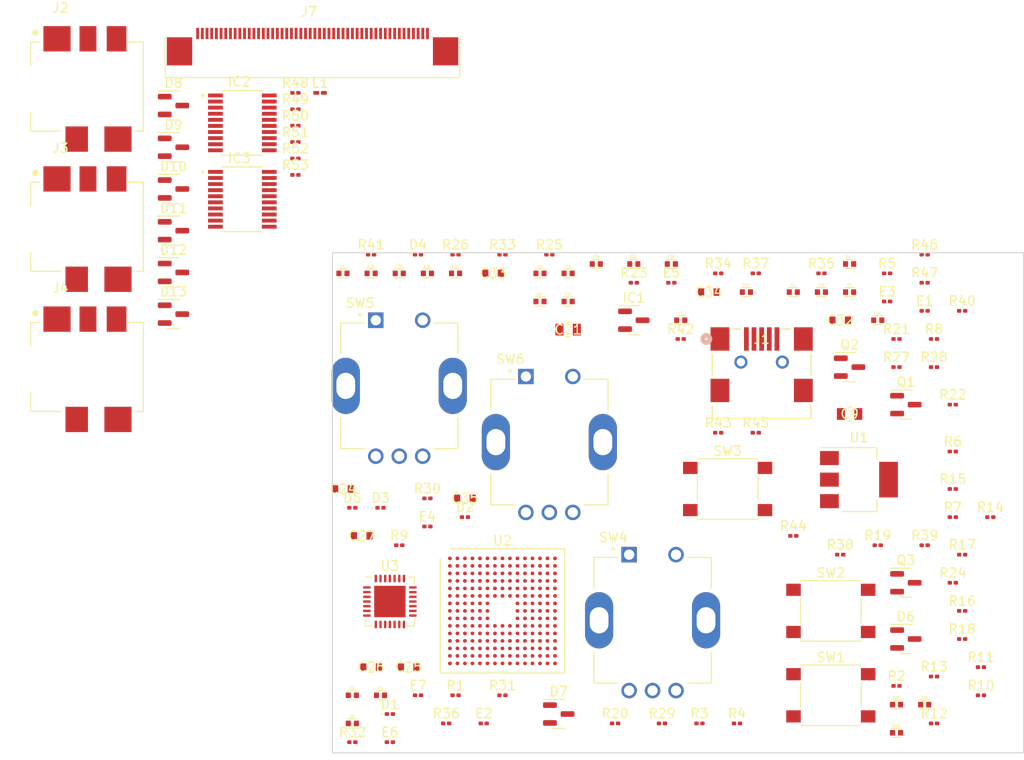
<source format=kicad_pcb>
(kicad_pcb (version 20221018) (generator pcbnew)
  (layers (0 "F.Cu" signal) (31 "B.Cu" signal) (34 "B.Paste" user) (35 "F.Paste" user) (36 "B.SilkS" user "B.Silkscreen") (37 "F.SilkS" user "F.Silkscreen") (38 "B.Mask" user) (39 "F.Mask" user) (44 "Edge.Cuts" user))
  (net 0 "")
  (net 1 "+3.3V")
  (net 3 "Net-(D6-K)")
  (net 5 "Net-(D7-K)")
  (net 6 "/LCD_RST_5V")
  (net 7 "VCC")
  (net 8 "/SDA_5V")
  (net 9 "/SDA_3V")
  (net 10 "/SCL_3V")
  (net 11 "/SCL_5V")
  (net 12 "Net-(Q3-G)")
  (net 13 "/LEDK")
  (net 14 "Net-(U2-NRST)")
  (net 15 "+5V")
  (net 16 "/PE4(SAI1_FS_A {slash} ADCL)")
  (net 17 "/PE3(SA1_SD_B {slash} MISO)")
  (net 23 "/VCCA-3.3")
  (net 31 "/PE5(SAI1_SCK_A {slash} SCK)")
  (net 32 "/PE6(SA1_SD_A {slash} MOSI)")
  (net 36 "Net-(D8-K)")
  (net 61 "/PF0(I2C2_SDA {slash} SDA)")
  (net 76 "/PF1(I2C2_SCL {slash} SCL)")
  (net 80 "Net-(U2-BOOT0)")
  (net 90 "/LCD_CS_5V")
  (net 92 "Net-(U2-PH0)")
  (net 93 "/PF2(GPIO_Input)")
  (net 99 "/LCD_WR_5V")
  (net 100 "/PC7(TIM3-CH2)")
  (net 101 "Net-(U2-PH1)")
  (net 102 "/PF3(GPIO_Input)")
  (net 126 "/PC3")
  (net 141 "/PD12(TIM4-CH1)")
  (net 142 "/PD13(TIM1-CH2)")
  (net 155 "/PE9(TIM1-CH1)")
  (net 164 "/PA6(TIM3-CH1)")
  (net 170 "/PE11(TIM1-CH2)")
  (net 172 "/LCD_RS_5V")
  (net 189 "Net-(U3-XTI{slash}MCLK)")
  (net 190 "Net-(U3-XTO)")
  (net 191 "/VCC-3.3")
  (net 193 "Net-(U3-BCLK)")
  (net 194 "Net-(U3-DACDAT)")
  (net 195 "Net-(U3-ADCDAT)")
  (net 196 "Net-(U3-LHPOUT)")
  (net 197 "Net-(U3-RHPOUT)")
  (net 200 "Net-(U3-VMID)")
  (net 201 "Net-(U3-MICBIAS)")
  (net 202 "Net-(U3-MICIN)")
  (net 203 "Net-(U3-RLINEIN)")
  (net 204 "Net-(U3-LLINEIN)")
  (net 205 "Net-(C32-Pad1)")
  (net 206 "Net-(C33-Pad2)")
  (net 207 "Net-(C34-Pad1)")
  (net 208 "Net-(C35-Pad1)")
  (net 209 "Net-(D1-A)")
  (net 210 "Net-(D2-A)")
  (net 211 "Net-(D3-A)")
  (net 212 "Net-(D4-A)")
  (net 213 "Net-(D5-A)")
  (net 214 "Net-(E6-Pad2)")
  (net 215 "Net-(E7-Pad2)")
  (net 217 "Net-(D9-K)")
  (net 219 "Net-(D10-K)")
  (net 221 "Net-(D11-K)")
  (net 222 "/LCD_RD_5V")
  (net 223 "Net-(J3-PadT)")
  (net 224 "Net-(J3-PadR)")
  (net 225 "/IM3")
  (net 226 "/IM2")
  (net 227 "/LEDA")
  (net 228 "/IM1")
  (net 229 "/IM0")
  (net 234 "Net-(D12-K)")
  (net 236 "Net-(D13-K)")
  (net 238 "/SD_CS_5V")
  (net 239 "/LCD_RST")
  (net 240 "/LCD_RD")
  (net 241 "/LCD_WR")
  (net 242 "/LCD_RS")
  (net 243 "/LCD_CS")
  (net 244 "/SDI")
  (net 245 "/SD_CS_3V")
  (net 247 "/LCD_DATA0_5V")
  (net 248 "/LCD_DATA1_5V")
  (net 249 "/LCD_DATA2_5V")
  (net 250 "/LCD_DATA3_5V")
  (net 251 "/LCD_DATA4_5V")
  (net 252 "/LCD_DATA5_5V")
  (net 253 "/LCD_DATA6_5V")
  (net 254 "/LCD_DATA7_5V")
  (net 255 "/DB7")
  (net 256 "/DB6")
  (net 257 "/DB5")
  (net 258 "/DB4")
  (net 259 "/DB3")
  (net 260 "/DB2")
  (net 261 "/DB1")
  (net 262 "/DB0")
  (net 287 "/CTP_IRQ")
  (footprint "Resistor_SMD:R_0201_0603Metric" (layer "F.Cu") (at 122 79)
    (fp_text reference "R7")
    (fp_text value "150")
  )
  (footprint "ECE477Library:0.1uF" (layer "F.Cu") (at 116 102)
    (fp_text reference "C13")
    (fp_text value "0.1uF")
  )
  (footprint "Capacitor_SMD:C_0201_0603Metric" (layer "F.Cu") (at 62 103)
    (fp_text reference "E6")
    (fp_text value "330uF")
  )
  (footprint "Resistor_SMD:R_0201_0603Metric" (layer "F.Cu") (at 110 83)
    (fp_text reference "R38")
    (fp_text value "1k")
  )
  (footprint "ECE477Library:0.1uF" (layer "F.Cu") (at 60 53)
    (fp_text reference "C22")
    (fp_text value "0.1uF")
  )
  (footprint "Resistor_SMD:R_0201_0603Metric" (layer "F.Cu") (at 86 101)
    (fp_text reference "R20")
    (fp_text value "220")
  )
  (footprint "SJ1_3515_SMT_TR:CUI_SJ1-3515-SMT" (layer "F.Cu") (at 28.22 48.28)
    (fp_text reference "J3")
    (fp_text value "Stereo Microphone")
  )
  (footprint "Resistor_SMD:R_0201_0603Metric" (layer "F.Cu") (at 123 57)
    (fp_text reference "R40")
    (fp_text value "10k")
  )
  (footprint "ECE477Library:usb_mini" (layer "F.Cu") (at 100 60)
    (fp_text reference "J1")
    (fp_text value "USB_OTG")
  )
  (footprint "SN74LVC245APW:SOP65P640X120-20N" (layer "F.Cu") (at 46.275 45.1)
    (fp_text reference "IC3")
    (fp_text value "74HC245")
  )
  (footprint "ECE477Library:0.1uF" (layer "F.Cu") (at 58 101)
    (fp_text reference "C3")
    (fp_text value "0.1uF")
  )
  (footprint "ECE477Library:0.1uF" (layer "F.Cu") (at 105 55)
    (fp_text reference "C4")
    (fp_text value "0.1uF")
  )
  (footprint "Package_TO_SOT_SMD:SOT-23" (layer "F.Cu") (at 38.94 35.1)
    (fp_text reference "D8")
    (fp_text value "BZX84Cxx")
  )
  (footprint "Package_TO_SOT_SMD:SOT-23" (layer "F.Cu") (at 111 63)
    (fp_text reference "Q2")
    (fp_text value "BSS138")
  )
  (footprint "Resistor_SMD:R_0201_0603Metric" (layer "F.Cu") (at 116 63)
    (fp_text reference "R27")
    (fp_text value "10k")
  )
  (footprint "Package_TO_SOT_SMD:SOT-23" (layer "F.Cu") (at 38.94 57.35)
    (fp_text reference "D13")
    (fp_text value "BZX84Cxx")
  )
  (footprint "Resistor_SMD:R_0201_0603Metric" (layer "F.Cu") (at 58 103)
    (fp_text reference "R32")
    (fp_text value "47k")
  )
  (footprint "Resistor_SMD:R_0201_0603Metric" (layer "F.Cu") (at 120 101)
    (fp_text reference "R12")
    (fp_text value "1k")
  )
  (footprint "Package_TO_SOT_SMD:SOT-223-3_TabPin2" (layer "F.Cu") (at 112 75)
    (fp_text reference "U1")
    (fp_text value "LD1117S12TR_SOT223")
  )
  (footprint "Resistor_SMD:R_0201_0603Metric" (layer "F.Cu") (at 120 96)
    (fp_text reference "R13")
    (fp_text value "1k")
  )
  (footprint "LED_SMD:LED_0201_0603Metric" (layer "F.Cu") (at 58 78)
    (fp_text reference "D5")
    (fp_text value "LED")
  )
  (footprint "Resistor_SMD:R_0201_0603Metric" (layer "F.Cu") (at 120 60)
    (fp_text reference "R8")
    (fp_text value "1k")
  )
  (footprint "Resistor_SMD:R_0201_0603Metric" (layer "F.Cu") (at 97 70)
    (fp_text reference "R43")
    (fp_text value "1")
  )
  (footprint "Package_TO_SOT_SMD:SOT-23" (layer "F.Cu") (at 88 58)
    (fp_text reference "IC1")
    (fp_text value "LM809")
  )
  (footprint "Resistor_SMD:R_0201_0603Metric" (layer "F.Cu") (at 122 67)
    (fp_text reference "R22")
    (fp_text value "10k")
  )
  (footprint "ECE477Library:0.1uF" (layer "F.Cu") (at 58 98)
    (fp_text reference "C2")
    (fp_text value "0.1uF")
  )
  (footprint "Package_TO_SOT_SMD:SOT-23" (layer "F.Cu") (at 38.94 52.9)
    (fp_text reference "D12")
    (fp_text value "BZX84Cxx")
  )
  (footprint "Capacitor_SMD:C_0201_0603Metric" (layer "F.Cu") (at 72 101)
    (fp_text reference "E2")
    (fp_text value "220uF")
  )
  (footprint "Button_Switch_SMD:SW_SPST_PTS645" (layer "F.Cu") (at 109 89)
    (fp_text reference "SW2")
    (fp_text value "SW_Push")
  )
  (footprint "Resistor_SMD:R_0201_0603Metric" (layer "F.Cu") (at 123 83)
    (fp_text reference "R17")
    (fp_text value "27")
  )
  (footprint "ECE477Library:20pF" (layer "F.Cu") (at 64 95)
    (fp_text reference "C25")
    (fp_text value "20pF")
  )
  (footprint "50 Position FPC Connector Contacts:68715014522" (layer "F.Cu") (at 53.7585 29.3185)
    (fp_text reference "J7")
    (fp_text value "Conn_01x50_Pin")
  )
  (footprint "Resistor_SMD:R_0201_0603Metric" (layer "F.Cu") (at 63 82)
    (fp_text reference "R9")
    (fp_text value "1k")
  )
  (footprint "Resistor_SMD:R_0201_0603Metric" (layer "F.Cu") (at 125 98)
    (fp_text reference "R10")
    (fp_text value "1k")
  )
  (footprint "ECE477Library:0.1uF" (layer "F.Cu") (at 63 53)
    (fp_text reference "C23")
    (fp_text value "0.1uF")
  )
  (footprint "Resistor_SMD:R_0201_0603Metric" (layer "F.Cu") (at 74 98)
    (fp_text reference "R31")
    (fp_text value "47k")
  )
  (footprint "ECE477Library:1000pF" (layer "F.Cu") (at 96 55)
    (fp_text reference "C34")
    (fp_text value "1nF")
  )
  (footprint "Resistor_SMD:R_0201_0603Metric" (layer "F.Cu") (at 51.93 33.75)
    (fp_text reference "R48")
    (fp_text value "220")
  )
  (footprint "Resistor_SMD:R_0201_0603Metric" (layer "F.Cu") (at 120 63)
    (fp_text reference "R28")
    (fp_text value "10k")
  )
  (footprint "Resistor_SMD:R_0201_0603Metric" (layer "F.Cu") (at 101 53)
    (fp_text reference "R37")
    (fp_text value "5.6k")
  )
  (footprint "Resistor_SMD:R_0201_0603Metric" (layer "F.Cu") (at 122 72)
    (fp_text reference "R6")
    (fp_text value "150")
  )
  (footprint "Capacitor_SMD:C_0201_0603Metric" (layer "F.Cu") (at 115 56)
    (fp_text reference "E3")
    (fp_text value "220uF")
  )
  (footprint "Resistor_SMD:R_0201_0603Metric" (layer "F.Cu") (at 119 82)
    (fp_text reference "R39")
    (fp_text value "2.2k")
  )
  (footprint "ECE477Library:0.1uF" (layer "F.Cu") (at 93 58)
    (fp_text reference "C7")
    (fp_text value "0.1uF")
  )
  (footprint "Resistor_SMD:R_0201_0603Metric" (layer "F.Cu") (at 93 60)
    (fp_text reference "R42")
    (fp_text value "10")
  )
  (footprint "Resistor_SMD:R_0201_0603Metric" (layer "F.Cu") (at 51.93 42.5)
    (fp_text reference "R53")
    (fp_text value "220")
  )
  (footprint "Resistor_SMD:R_0201_0603Metric" (layer "F.Cu") (at 51.93 40.75)
    (fp_text reference "R52")
    (fp_text value "220")
  )
  (footprint "Resistor_SMD:R_0201_0603Metric" (layer "F.Cu") (at 125 95)
    (fp_text reference "R11")
    (fp_text value "1k")
  )
  (footprint "Resistor_SMD:R_0201_0603Metric" (layer "F.Cu") (at 123 89)
    (fp_text reference "R16")
    (fp_text value "27")
  )
  (footprint "Resistor_SMD:R_0201_0603Metric" (layer "F.Cu") (at 66 77)
    (fp_text reference "R30")
    (fp_text value "680")
  )
  (footprint "Resistor_SMD:R_0201_0603Metric" (layer "F.Cu") (at 97 53)
    (fp_text reference "R34")
    (fp_text value "5.6k")
  )
  (footprint "Resistor_SMD:R_0201_0603Metric" (layer "F.Cu") (at 126 79)
    (fp_text reference "R14")
    (fp_text value "1k")
  )
  (footprint "Resistor_SMD:R_0201_0603Metric" (layer "F.Cu") (at 123 92)
    (fp_text reference "R18")
    (fp_text value "1k")
  )
  (footprint "Resistor_SMD:R_0201_0603Metric" (layer "F.Cu") (at 119 51)
    (fp_text reference "R46")
    (fp_text value "10k")
  )
  (footprint "Package_TO_SOT_SMD:SOT-23" (layer "F.Cu") (at 38.94 48.45)
    (fp_text reference "D11")
    (fp_text value "BZX84Cxx")
  )
  (footprint "Resistor_SMD:R_0201_0603Metric" (layer "F.Cu") (at 74 51)
    (fp_text reference "R33")
    (fp_text value "5.6k")
  )
  (footprint "ECE477Library:0.1uF" (layer "F.Cu") (at 81 56)
    (fp_text reference "C31")
    (fp_text value "100nF")
  )
  (footprint "Resistor_SMD:R_0201_0603Metric" (layer "F.Cu") (at 116 97)
    (fp_text reference "R2")
    (fp_text value "100K")
  )
  (footprint "Resistor_SMD:R_0201_0603Metric" (layer "F.Cu") (at 79 51)
    (fp_text reference "R25")
    (fp_text value "R_Small")
  )
  (footprint "ECE477Library:1000pF" (layer "F.Cu") (at 70 77)
    (fp_text reference "C35")
    (fp_text value "1nF")
  )
  (footprint "Capacitor_SMD:C_0201_0603Metric" (layer "F.Cu") (at 92 54)
    (fp_text reference "E5")
    (fp_text value "10uF")
  )
  (footprint "Resistor_SMD:R_0201_0603Metric" (layer "F.Cu") (at 69 51)
    (fp_text reference "R26")
    (fp_text value "10K")
  )
  (footprint "ECE477Library:0.1uF" (layer "F.Cu") (at 119 99)
    (fp_text reference "C19")
    (fp_text value "0.1uF")
  )
  (footprint "SJ1_3515_SMT_TR:CUI_SJ1-3515-SMT" (layer "F.Cu") (at 28.22 63.23)
    (fp_text reference "J4")
    (fp_text value "External Microphone")
  )
  (footprint "ECE477Library:0.1uF" (layer "F.Cu") (at 61 98)
    (fp_text reference "C6")
    (fp_text value "0.1uF")
  )
  (footprint "SN74LVC245APW:SOP65P640X120-20N" (layer "F.Cu") (at 46.275 36.95)
    (fp_text reference "IC2")
    (fp_text value "74HC245")
  )
  (footprint "Inductor_SMD:L_0201_0603Metric_Pad0.64x0.40mm_HandSolder" (layer "F.Cu") (at 54.56 33.75)
    (fp_text reference "L1")
    (fp_text value "10uH")
  )
  (footprint "Resistor_SMD:R_0201_0603Metric" (layer "F.Cu") (at 95 101)
    (fp_text reference "R3")
    (fp_text value "150")
  )
  (footprint "LED_SMD:LED_0201_0603Metric" (layer "F.Cu") (at 62 100)
    (fp_text reference "D1")
    (fp_text value "LED")
  )
  (footprint "Resistor_SMD:R_0201_0603Metric" (layer "F.Cu") (at 88 54)
    (fp_text reference "R23")
    (fp_text value "10K")
  )
  (footprint "Package_DFN_QFN:QFN-28-1EP_5x5mm_P0.5mm_EP3.35x3.35mm" (layer "F.Cu") (at 62 88)
    (fp_text reference "U3")
    (fp_text value "WM8731CLSEFL")
  )
  (footprint "Button_Switch_SMD:SW_SPST_PTS645" (layer "F.Cu") (at 109 98)
    (fp_text reference "SW1")
    (fp_text value "SW_Push")
  )
  (footprint "Resistor_SMD:R_0201_0603Metric" (layer "F.Cu") (at 69 98)
    (fp_text reference "R1")
    (fp_text value "10K")
  )
  (footprint "ECE477Library:0.1uF" (layer "F.Cu") (at 78 53)
    (fp_text reference "C5")
    (fp_text value "0.1uF")
  )
  (footprint "Resistor_SMD:R_0201_0603Metric" (layer "F.Cu") (at 115 53)
    (fp_text reference "R5")
    (fp_text value "150")
  )
  (footprint "Capacitor_SMD:C_0201_0603Metric" (layer "F.Cu") (at 65 98)
    (fp_text reference "E7")
    (fp_text value "330uF")
  )
  (footprint "ECE477Library:20pF" (layer "F.Cu") (at 57 76)
    (fp_text reference "C24")
    (fp_text value "20pF")
  )
  (footprint "Resistor_SMD:R_0201_0603Metric" (layer "F.Cu") (at 51.93 37.25)
    (fp_text reference "R50")
    (fp_text value "220")
  )
  (footprint "ECE477Library:22uF" (layer "F.Cu") (at 81 59)
    (fp_text reference "C21")
    (fp_text value "22uF")
  )
  (footprint "Resistor_SMD:R_0201_0603Metric" (layer "F.Cu") (at 122 86)
    (fp_text reference "R24")
    (fp_text value "R_Small")
  )
  (footprint "Resistor_SMD:R_0201_0603Metric" (layer "F.Cu") (at 51.93 35.5)
    (fp_text reference "R49")
    (fp_text value "220")
  )
  (footprint "Resistor_SMD:R_0201_0603Metric" (layer "F.Cu") (at 91 101)
    (fp_text reference "R29")
    (fp_text value "330")
  )
  (footprint "ECE477Library:0.1uF" (layer "F.Cu") (at 100 55)
    (fp_text reference "C12")
    (fp_text value "0.1uF")
  )
  (footprint "Resistor_SMD:R_0201_0603Metric" (layer "F.Cu") (at 51.93 39)
    (fp_text reference "R51")
    (fp_text value "220")
  )
  (footprint "Package_TO_SOT_SMD:SOT-23" (layer "F.Cu") (at 38.94 39.55)
    (fp_text reference "D9")
    (fp_text value "BZX84Cxx")
  )
  (footprint "LED_SMD:LED_0201_0603Metric" (layer "F.Cu") (at 65 51)
    (fp_text reference "D4")
    (fp_text value "LED")
  )
  (footprint "Package_TO_SOT_SMD:SOT-23" (layer "F.Cu") (at 80 100)
    (fp_text reference "D7")
    (fp_text value "BZX84Cxx")
  )
  (footprint "Capacitor_SMD:C_0201_0603Metric" (layer "F.Cu") (at 66 80)
    (fp_text reference "E4")
    (fp_text value "10uF")
  )
  (footprint "Resistor_SMD:R_0201_0603Metric" (layer "F.Cu") (at 122 76)
    (fp_text reference "R15")
    (fp_text value "1k")
  )
  (footprint "ECE477Library:0.1uF" (layer "F.Cu") (at 111 52)
    (fp_text reference "C17")
    (fp_text value "0.1uF")
  )
  (footprint "ECE477Library:0.1uF" (layer "F.Cu") (at 88 52)
    (fp_text reference "C30")
    (fp_text value "100nF")
  )
  (footprint "Package_BGA:TFBGA-216_13x13mm_Layout15x15_P0.8mm" (layer "F.Cu") (at 74 89)
    (fp_text reference "U2")
    (fp_text value "STM32F746NGHx")
  )
  (footprint "ECE477Library:0.1uF" (layer "F.Cu") (at 66 53)
    (fp_text reference "C16")
    (fp_text value "0.1uF")
  )
  (footprint "Capacitor_SMD:C_0201_0603Metric" (layer "F.Cu") (at 119 57)
    (fp_text reference "E1")
    (fp_text value "10uF")
  )
  (footprint "Resistor_SMD:R_0201_0603Metric" (layer "F.Cu") (at 114 82)
    (fp_text reference "R19")
    (fp_text value "220")
  )
  (footprint "ECE477Library:0.1uF" (layer "F.Cu") (at 69 53)
    (fp_text reference "C11")
    (fp_text value "0.1uF")
  )
  (footprint "Button_Switch_SMD:SW_SPST_PTS645" (layer "F.Cu") (at 98 76)
    (fp_text reference "SW3")
    (fp_text value "SW_Push")
  )
  (footprint "ECE477Library:0.1uF" (layer "F.Cu") (at 84 52)
    (fp_text reference "C29")
    (fp_text value "100nF")
  )
  (footprint "Package_TO_SOT_SMD:SOT-23" (layer "F.Cu") (at 117 86)
    (fp_text reference "Q3")
    (fp_text value "BSS138")
  )
  (footprint "ECE477Library:0.1uF" (layer "F.Cu") (at 116 99)
    (fp_text reference "C20")
    (fp_text value ".1uF")
  )
  (footprint "ECE477Library:0.1uF" (layer "F.Cu") (at 81 53)
    (fp_text reference "C10")
    (fp_text value "0.1uF")
  )
  (footprint "Resistor_SMD:R_0201_0603Metric" (layer "F.Cu") (at 105 81)
    (fp_text reference "R44")
    (fp_text value "10")
  )
  (footprint "ECE477Library:1000pF" (layer "F.Cu") (at 73 53)
    (fp_text reference "C33")
    (fp_text value "1nF")
  )
  (footprint "ECE477Library:0.1uF" (layer "F.Cu") (at 111 55)
    (fp_text reference "C8")
    (fp_text value "0.1uF")
  )
  (footprint "Resistor_SMD:R_0201_0603Metric" (layer "F.Cu") (at 99 101)
    (fp_text reference "R4")
    (fp_text value "150")
  )
  (footprint "ECE477Library:rotary_encoder" (layer "F.Cu") (at 79 71)
    (fp_text reference "SW6")
    (fp_text value "RotaryEncoder")
  )
  (footprint "Resistor_SMD:R_0201_0603Metric" (layer "F.Cu") (at 108 53)
    (fp_text reference "R35")
    (fp_text value "47k")
  )
  (footprint "Resistor_SMD:R_0201_0603Metric" (layer "F.Cu") (at 60 51)
    (fp_text reference "R41")
    (fp_text value "10k")
  )
  (footprint "ECE477Library:0.1uF" (layer "F.Cu") (at 114 58)
    (fp_text reference "C18")
    (fp_text value "0.1uF")
  )
  (footprint "ECE477Library:rotary_encoder" (layer "F.Cu") (at 63 65)
    (fp_text reference "SW5")
    (fp_text value "RotaryEncoder")
  )
  (footprint "ECE477Library:22uF" (layer "F.Cu") (at 111 68)
    (fp_text reference "C9")
    (fp_text value "22uF")
  )
  (footprint "Resistor_SMD:R_0201_0603Metric" (layer "F.Cu") (at 116 60)
    (fp_text reference "R21")
    (fp_text value "10k")
  )
  (footprint "ECE477Library:0.1uF" (layer "F.Cu") (at 108 55)
    (fp_text reference "C15")
    (fp_text value "0.1uF")
  )
  (footprint "ECE477Library:0.1uF" (layer "F.Cu") (at 78 56)
    (fp_text reference "C14")
    (fp_text value "0.1uF")
  )
  (footprint "Resistor_SMD:R_0201_0603Metric" (layer "F.Cu") (at 119 54)
    (fp_text reference "R47")
    (fp_text value "10k")
  )
  (footprint "ECE477Library:rotary_encoder" (layer "F.Cu") (at 90 90)
    (fp_text reference "SW4")
    (fp_text value "RotaryEncoder")
  )
  (footprint "ECE477Library:0.1uF" (layer "F.Cu") (at 92 52)
    (fp_text reference "C28")
    (fp_text value "100nF")
  )
  (footprint "ECE477Library:1000pF" (layer "F.Cu") (at 110 58)
    (fp_text reference "C32")
    (fp_text value "1nF")
  )
  (footprint "Resistor_SMD:R_0201_0603Metric" (layer "F.Cu") (at 101 70)
    (fp_text reference "R45")
    (fp_text value "10")
  )
  (footprint "LED_SMD:LED_0201_0603Metric" (layer "F.Cu") (at 70 79)
    (fp_text reference "D2")
    (fp_text value "LED")
  )
  (footprint "SJ1_3515_SMT_TR:CUI_SJ1-3515-SMT" (layer "F.Cu") (at 28.22 33.33)
    (fp_text reference "J2")
    (fp_text value "Stereo Output")
  )
  (footprint "ECE477Library:20pF" (layer "F.Cu") (at 60 95)
    (fp_text reference "C26")
    (fp_text value "22pF")
  )
  (footprint "LED_SMD:LED_0201_0603Metric" (layer "F.Cu") (at 61 78)
    (fp_text reference "D3")
    (fp_text value "LED")
  )
  (footprint "Package_TO_SOT_SMD:SOT-23" (layer "F.Cu") (at 117 67)
    (fp_text reference "Q1")
    (fp_text value "BSS138")
  )
  (footprint "ECE477Library:0.1uF" (layer "F.Cu") (at 57 53)
    (fp_text reference "C1")
    (fp_text value "0.1uF")
  )
  (footprint "Package_TO_SOT_SMD:SOT-23" (layer "F.Cu") (at 38.94 44)
    (fp_text reference "D10")
    (fp_text value "BZX84Cxx")
  )
  (footprint "Resistor_SMD:R_0201_0603Metric" (layer "F.Cu") (at 68 101)
    (fp_text reference "R36")
    (fp_text value "5.6k")
  )
  (footprint "Package_TO_SOT_SMD:SOT-23" (layer "F.Cu") (at 117 92)
    (fp_text reference "D6")
    (fp_text value "BZX84Cxx")
  )
  (footprint "ECE477Library:20pF" (layer "F.Cu") (at 59 81)
    (fp_text reference "C27")
    (fp_text value "22pF")
  )
  (gr_rect (start 55.88 50.8) (end 129.54 104.14) (stroke (width 0.1)) (fill none) (layer "Edge.Cuts"))
)
</source>
